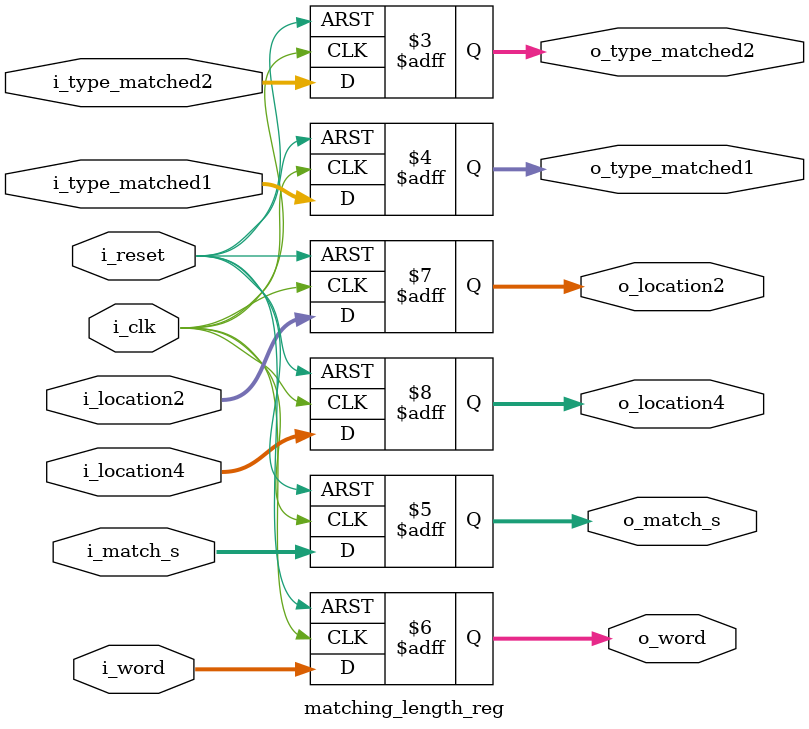
<source format=sv>
module matching_length_reg #(
 parameter WIDTH = 64
)(
 input  logic               i_clk,
 input  logic               i_reset,
 input  logic [WIDTH - 1:0] i_word,
 input  logic [3:0]         i_type_matched2,
 input  logic [1:0]         i_type_matched1,
 input  logic [3:0]         i_location2,
 input  logic [3:0]         i_location4,
 input  logic [1:0]         i_match_s,
 output logic [3:0]         o_type_matched2,
 output logic [1:0]         o_type_matched1,
 output logic [1:0]         o_match_s,
 output logic [WIDTH - 1:0] o_word,
 output logic [3:0]         o_location2,
 output logic [3:0]         o_location4
);

always_ff @(posedge i_clk, negedge i_reset) begin
 if(~i_reset) begin
  o_type_matched1 <= 2'd0;
  o_type_matched2 <= 4'd0;
  o_match_s       <= 2'd0;
  o_location2     <= 4'd0;
  o_location4     <= 4'd0;
  o_word          <= 64'd0;
 end else begin
  o_type_matched1 <= i_type_matched1;
  o_type_matched2 <= i_type_matched2;
  o_match_s       <= i_match_s;
  o_word          <= i_word;
  o_location2     <= i_location2;
  o_location4     <= i_location4;
 end
end

endmodule
</source>
